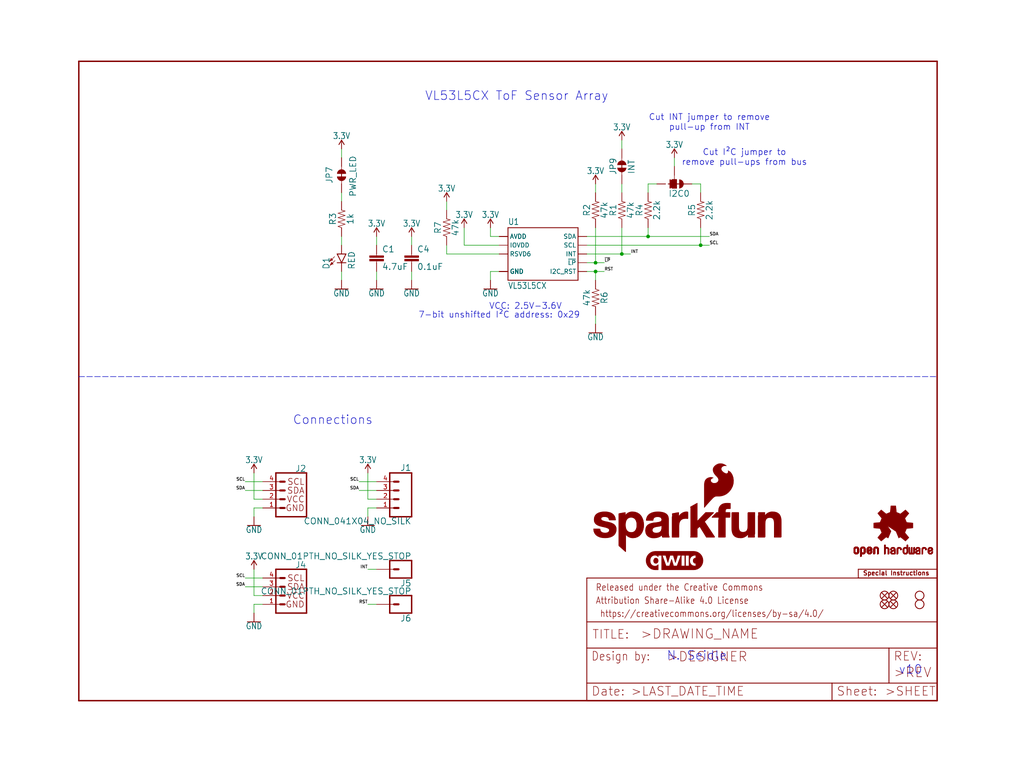
<source format=kicad_sch>
(kicad_sch (version 20211123) (generator eeschema)
  (paper "User" 297.002 223.926)
  (lib_symbols
    (symbol "eagleSchem-eagle-import:0.1UF-0402T-6.3V-10%-X7R"
      (property "Reference" "C" (at 1.524 2.921 0))
      (property "Value" "0.1UF-0402T-6.3V-10%-X7R" (at 1.524 -2.159 0))
      (symbol "0.1UF-0402T-6.3V-10%-X7R_1_0"
        (pin passive line (at 0 5.08 270) (length 2.54) (name "1") (number "1"))
        (pin passive line (at 0 -2.54 90) (length 2.54) (name "2") (number "2"))
      )
    )
    (symbol "eagleSchem-eagle-import:1KOHM-0402T-1{slash}16W-1%"
      (property "Reference" "R" (at 0 1.524 0))
      (property "Value" "1KOHM-0402T-1{slash}16W-1%" (at 0 -1.524 0))
      (symbol "1KOHM-0402T-1{slash}16W-1%_1_0"
        (pin passive line (at -5.08 0 0) (length 2.54) (name "1") (number "1"))
        (pin passive line (at 5.08 0 180) (length 2.54) (name "2") (number "2"))
      )
    )
    (symbol "eagleSchem-eagle-import:2.2KOHM-0402T-1{slash}16W-1%"
      (property "Reference" "R" (at 0 1.524 0))
      (property "Value" "2.2KOHM-0402T-1{slash}16W-1%" (at 0 -1.524 0))
      (symbol "2.2KOHM-0402T-1{slash}16W-1%_1_0"
        (pin passive line (at -5.08 0 0) (length 2.54) (name "1") (number "1"))
        (pin passive line (at 5.08 0 180) (length 2.54) (name "2") (number "2"))
      )
    )
    (symbol "eagleSchem-eagle-import:3.3V" (power)
      (property "Value" "3.3V" (at 0 2.794 0))
      (symbol "3.3V_1_0"
        (pin power_in line (at 0 0 90) (length 2.54) (name "3.3V") (number "1"))
      )
    )
    (symbol "eagleSchem-eagle-import:4.7UF-0402_TIGHT-6.3V-20%-X5R"
      (property "Reference" "C" (at 1.524 2.921 0))
      (property "Value" "4.7UF-0402_TIGHT-6.3V-20%-X5R" (at 1.524 -2.159 0))
      (symbol "4.7UF-0402_TIGHT-6.3V-20%-X5R_1_0"
        (pin passive line (at 0 5.08 270) (length 2.54) (name "1") (number "1"))
        (pin passive line (at 0 -2.54 90) (length 2.54) (name "2") (number "2"))
      )
    )
    (symbol "eagleSchem-eagle-import:47KOHM-0402-1{slash}10W-1%"
      (property "Reference" "R" (at 0 1.524 0))
      (property "Value" "47KOHM-0402-1{slash}10W-1%" (at 0 -1.524 0))
      (symbol "47KOHM-0402-1{slash}10W-1%_1_0"
        (pin passive line (at -5.08 0 0) (length 2.54) (name "1") (number "1"))
        (pin passive line (at 5.08 0 180) (length 2.54) (name "2") (number "2"))
      )
    )
    (symbol "eagleSchem-eagle-import:CONN_01PTH_NO_SILK_YES_STOP"
      (property "Reference" "J" (at -2.54 3.048 0))
      (property "Value" "CONN_01PTH_NO_SILK_YES_STOP" (at -2.54 -4.826 0))
      (symbol "CONN_01PTH_NO_SILK_YES_STOP_1_0"
        (pin passive line (at 7.62 0 180) (length 5.08) (name "1") (number "1"))
      )
    )
    (symbol "eagleSchem-eagle-import:CONN_041X04_NO_SILK"
      (property "Reference" "J" (at -5.08 8.128 0))
      (property "Value" "CONN_041X04_NO_SILK" (at -5.08 -7.366 0))
      (symbol "CONN_041X04_NO_SILK_1_0"
        (pin passive line (at 5.08 -2.54 180) (length 5.08) (name "1") (number "1"))
        (pin passive line (at 5.08 0 180) (length 5.08) (name "2") (number "2"))
        (pin passive line (at 5.08 2.54 180) (length 5.08) (name "3") (number "3"))
        (pin passive line (at 5.08 5.08 180) (length 5.08) (name "4") (number "4"))
      )
    )
    (symbol "eagleSchem-eagle-import:FIDUCIALUFIDUCIAL")
    (symbol "eagleSchem-eagle-import:FRAME-LETTER"
      (symbol "FRAME-LETTER_2_0"
        (text " https://creativecommons.org/licenses/by-sa/4.0/" (at 2.54 24.13 0) (effects (font (size 1.9304 1.6408)) (justify left bottom)))
        (text ">DESIGNER" (at 23.114 11.176 0) (effects (font (size 2.7432 2.7432)) (justify left bottom)))
        (text ">DRAWING_NAME" (at 15.494 17.78 0) (effects (font (size 2.7432 2.7432)) (justify left bottom)))
        (text ">LAST_DATE_TIME" (at 12.7 1.27 0) (effects (font (size 2.54 2.54)) (justify left bottom)))
        (text ">REV" (at 88.9 6.604 0) (effects (font (size 2.7432 2.7432)) (justify left bottom)))
        (text ">SHEET" (at 86.36 1.27 0) (effects (font (size 2.54 2.54)) (justify left bottom)))
        (text "Attribution Share-Alike 4.0 License" (at 2.54 27.94 0) (effects (font (size 1.9304 1.6408)) (justify left bottom)))
        (text "Date:" (at 1.27 1.27 0) (effects (font (size 2.54 2.54)) (justify left bottom)))
        (text "Design by:" (at 1.27 11.43 0) (effects (font (size 2.54 2.159)) (justify left bottom)))
        (text "Released under the Creative Commons" (at 2.54 31.75 0) (effects (font (size 1.9304 1.6408)) (justify left bottom)))
        (text "REV:" (at 88.9 11.43 0) (effects (font (size 2.54 2.54)) (justify left bottom)))
        (text "Sheet:" (at 72.39 1.27 0) (effects (font (size 2.54 2.54)) (justify left bottom)))
        (text "TITLE:" (at 1.524 17.78 0) (effects (font (size 2.54 2.54)) (justify left bottom)))
      )
    )
    (symbol "eagleSchem-eagle-import:GND" (power)
      (property "Value" "GND" (at 0 -0.254 0))
      (symbol "GND_1_0"
        (pin power_in line (at 0 2.54 270) (length 2.54) (name "GND") (number "1"))
      )
    )
    (symbol "eagleSchem-eagle-import:JUMPER-SMT_2_NC_TRACE_SILK"
      (property "Reference" "JP" (at 0 3.048 0))
      (property "Value" "JUMPER-SMT_2_NC_TRACE_SILK" (at 0 -3.048 0))
      (symbol "JUMPER-SMT_2_NC_TRACE_SILK_1_0"
        (pin passive line (at -5.08 0 0) (length 2.54) (name "1") (number "1"))
        (pin passive line (at 5.08 0 180) (length 2.54) (name "2") (number "2"))
      )
    )
    (symbol "eagleSchem-eagle-import:JUMPER-SMT_3_2-NC_TRACE_SILK"
      (property "Reference" "JP" (at 6.096 1.524 0))
      (property "Value" "JUMPER-SMT_3_2-NC_TRACE_SILK" (at 6.858 -1.524 0))
      (symbol "JUMPER-SMT_3_2-NC_TRACE_SILK_1_0"
        (pin passive line (at 0 5.08 270) (length 2.54) (name "1") (number "1"))
        (pin passive line (at -5.08 0 0) (length 2.54) (name "2") (number "2"))
        (pin passive line (at 0 -5.08 90) (length 2.54) (name "3") (number "3"))
      )
    )
    (symbol "eagleSchem-eagle-import:LED-RED0603"
      (property "Reference" "D" (at -3.429 -4.572 90))
      (property "Value" "LED-RED0603" (at 1.905 -4.572 90))
      (symbol "LED-RED0603_1_0"
        (pin passive line (at 0 2.54 270) (length 2.54) (name "A") (number "A"))
        (pin passive line (at 0 -5.08 90) (length 2.54) (name "C") (number "C"))
      )
    )
    (symbol "eagleSchem-eagle-import:OSHW-LOGONO_SILK")
    (symbol "eagleSchem-eagle-import:QWIIC_CONNECTOR"
      (property "Reference" "J" (at -5.08 7.874 0))
      (property "Value" "QWIIC_CONNECTOR" (at -5.08 -5.334 0))
      (symbol "QWIIC_CONNECTOR_1_0"
        (text "GND" (at -4.572 -2.54 0) (effects (font (size 1.778 1.778)) (justify left)))
        (text "SCL" (at -4.572 5.08 0) (effects (font (size 1.778 1.778)) (justify left)))
        (text "SDA" (at -4.572 2.54 0) (effects (font (size 1.778 1.778)) (justify left)))
        (text "VCC" (at -4.572 0 0) (effects (font (size 1.778 1.778)) (justify left)))
        (pin power_in line (at 7.62 -2.54 180) (length 5.08) (name "1") (number "1"))
        (pin power_in line (at 7.62 0 180) (length 5.08) (name "2") (number "2"))
        (pin passive line (at 7.62 2.54 180) (length 5.08) (name "3") (number "3"))
        (pin passive line (at 7.62 5.08 180) (length 5.08) (name "4") (number "4"))
      )
    )
    (symbol "eagleSchem-eagle-import:QWIIC_LOGO_CONNECTOR")
    (symbol "eagleSchem-eagle-import:SFE_LOGO_NAME6_MM")
    (symbol "eagleSchem-eagle-import:SFE_LOGO_NAME_FLAME8_MM")
    (symbol "eagleSchem-eagle-import:SPECIAL_INSTRUCTIONS-ORDERING"
      (symbol "SPECIAL_INSTRUCTIONS-ORDERING_1_0"
        (text "Special Instructions" (at 1.27 0.6985 0) (effects (font (size 1.27 1.27) (thickness 0.254) bold) (justify left bottom)))
      )
    )
    (symbol "eagleSchem-eagle-import:STAND-OFF")
    (symbol "eagleSchem-eagle-import:VL53L5CX"
      (property "Reference" "U" (at -10.16 8.382 0))
      (property "Value" "VL53L5CX" (at -10.16 -10.16 0))
      (symbol "VL53L5CX_1_0"
        (pin bidirectional line (at 12.7 -5.08 180) (length 2.54) (name "I2C_RST") (number "A1"))
        (pin bidirectional line (at -12.7 -5.08 0) (length 2.54) (name "GND") (number "A2"))
        (pin bidirectional line (at 12.7 0 180) (length 2.54) (name "INT") (number "A3"))
        (pin bidirectional line (at -12.7 2.54 0) (length 2.54) (name "IOVDD") (number "A4"))
        (pin bidirectional line (at 12.7 -2.54 180) (length 2.54) (name "~{LP}") (number "A5"))
        (pin bidirectional line (at -12.7 -5.08 0) (length 2.54) (name "GND") (number "A6"))
        (pin bidirectional line (at -12.7 -5.08 0) (length 2.54) (name "GND") (number "A7"))
        (pin bidirectional line (at -12.7 5.08 0) (length 2.54) (name "AVDD") (number "B1"))
        (pin bidirectional line (at -12.7 -5.08 0) (length 2.54) (name "GND") (number "B4"))
        (pin bidirectional line (at -12.7 5.08 0) (length 2.54) (name "AVDD") (number "B7"))
        (pin bidirectional line (at -12.7 -5.08 0) (length 2.54) (name "GND") (number "C1"))
        (pin bidirectional line (at -12.7 0 0) (length 2.54) (name "RSVD6") (number "C2"))
        (pin bidirectional line (at 12.7 5.08 180) (length 2.54) (name "SDA") (number "C3"))
        (pin bidirectional line (at 12.7 2.54 180) (length 2.54) (name "SCL") (number "C4"))
        (pin bidirectional line (at -12.7 -5.08 0) (length 2.54) (name "GND") (number "C6"))
        (pin bidirectional line (at -12.7 -5.08 0) (length 2.54) (name "GND") (number "C7"))
      )
    )
  )
  (junction (at 172.72 78.74))
  (junction (at 180.34 73.66))
  (junction (at 203.2 71.12))
  (junction (at 187.96 68.58))
  (junction (at 172.72 76.2))
  (wire (pts (xy 187.96 68.58) (xy 187.96 66.04)))
  (wire (pts (xy 195.58 45.72) (xy 195.58 48.26)))
  (wire (pts (xy 187.96 53.34) (xy 190.5 53.34)))
  (wire (pts (xy 203.2 55.88) (xy 203.2 53.34)))
  (wire (pts (xy 106.68 144.78) (xy 106.68 137.16)))
  (wire (pts (xy 172.72 81.28) (xy 172.72 78.74)))
  (wire (pts (xy 76.2 142.24) (xy 71.12 142.24)))
  (wire (pts (xy 170.18 68.58) (xy 187.96 68.58)))
  (wire (pts (xy 144.78 78.74) (xy 142.24 78.74)))
  (wire (pts (xy 73.66 172.72) (xy 73.66 165.1)))
  (wire (pts (xy 129.54 73.66) (xy 129.54 71.12)))
  (wire (pts (xy 180.34 43.18) (xy 180.34 40.64)))
  (wire (pts (xy 172.72 53.34) (xy 172.72 55.88)))
  (wire (pts (xy 109.22 68.58) (xy 109.22 71.12)))
  (wire (pts (xy 172.72 78.74) (xy 175.26 78.74)))
  (wire (pts (xy 109.22 139.7) (xy 104.14 139.7)))
  (wire (pts (xy 144.78 71.12) (xy 134.62 71.12)))
  (wire (pts (xy 109.22 147.32) (xy 106.68 147.32)))
  (wire (pts (xy 73.66 144.78) (xy 73.66 137.16)))
  (wire (pts (xy 129.54 58.42) (xy 129.54 60.96)))
  (wire (pts (xy 187.96 68.58) (xy 205.74 68.58)))
  (wire (pts (xy 109.22 165.1) (xy 106.68 165.1)))
  (wire (pts (xy 109.22 144.78) (xy 106.68 144.78)))
  (wire (pts (xy 99.06 71.12) (xy 99.06 68.58)))
  (wire (pts (xy 180.34 66.04) (xy 180.34 73.66)))
  (wire (pts (xy 76.2 144.78) (xy 73.66 144.78)))
  (wire (pts (xy 73.66 175.26) (xy 73.66 177.8)))
  (wire (pts (xy 170.18 73.66) (xy 180.34 73.66)))
  (wire (pts (xy 73.66 147.32) (xy 73.66 149.86)))
  (wire (pts (xy 119.38 71.12) (xy 119.38 68.58)))
  (wire (pts (xy 203.2 53.34) (xy 200.66 53.34)))
  (wire (pts (xy 172.72 66.04) (xy 172.72 76.2)))
  (wire (pts (xy 76.2 139.7) (xy 71.12 139.7)))
  (wire (pts (xy 142.24 66.04) (xy 142.24 68.58)))
  (wire (pts (xy 76.2 167.64) (xy 71.12 167.64)))
  (wire (pts (xy 76.2 147.32) (xy 73.66 147.32)))
  (wire (pts (xy 109.22 142.24) (xy 104.14 142.24)))
  (wire (pts (xy 109.22 81.28) (xy 109.22 78.74)))
  (wire (pts (xy 203.2 71.12) (xy 203.2 66.04)))
  (wire (pts (xy 76.2 170.18) (xy 71.12 170.18)))
  (wire (pts (xy 76.2 175.26) (xy 73.66 175.26)))
  (wire (pts (xy 119.38 78.74) (xy 119.38 81.28)))
  (wire (pts (xy 144.78 68.58) (xy 142.24 68.58)))
  (wire (pts (xy 172.72 93.98) (xy 172.72 91.44)))
  (wire (pts (xy 106.68 147.32) (xy 106.68 149.86)))
  (wire (pts (xy 180.34 53.34) (xy 180.34 55.88)))
  (wire (pts (xy 180.34 73.66) (xy 182.88 73.66)))
  (wire (pts (xy 109.22 175.26) (xy 106.68 175.26)))
  (wire (pts (xy 134.62 71.12) (xy 134.62 66.04)))
  (wire (pts (xy 99.06 43.18) (xy 99.06 45.72)))
  (wire (pts (xy 76.2 172.72) (xy 73.66 172.72)))
  (wire (pts (xy 142.24 78.74) (xy 142.24 81.28)))
  (wire (pts (xy 170.18 76.2) (xy 172.72 76.2)))
  (wire (pts (xy 144.78 73.66) (xy 129.54 73.66)))
  (wire (pts (xy 170.18 78.74) (xy 172.72 78.74)))
  (wire (pts (xy 170.18 71.12) (xy 203.2 71.12)))
  (wire (pts (xy 99.06 81.28) (xy 99.06 78.74)))
  (polyline (pts (xy 22.86 109.22) (xy 271.78 109.22)))
  (wire (pts (xy 187.96 55.88) (xy 187.96 53.34)))
  (wire (pts (xy 172.72 76.2) (xy 175.26 76.2)))
  (wire (pts (xy 99.06 55.88) (xy 99.06 58.42)))
  (wire (pts (xy 203.2 71.12) (xy 205.74 71.12)))
  (text "N. Seidle" (at 193.294 191.77 180) (effects (font (size 2.54 2.54)) (justify left bottom)))
  (text "Connections" (at 96.52 121.92 180) (effects (font (size 2.54 2.54))))
  (text "VL53L5CX ToF Sensor Array" (at 149.86 27.94 180) (effects (font (size 2.54 2.54))))
  (text "7-bit unshifted I²C address: 0x29" (at 144.78 91.44 180) (effects (font (size 1.778 1.778))))
  (text "Cut INT jumper to remove\npull-up from INT" (at 205.74 35.56 180) (effects (font (size 1.778 1.778))))
  (text "Cut I²C jumper to\nremove pull-ups from bus" (at 215.9 45.72 180) (effects (font (size 1.778 1.778))))
  (text "v10" (at 260.604 195.834 180) (effects (font (size 2.54 2.54)) (justify left bottom)))
  (text "VCC: 2.5V-3.6V" (at 152.4 88.9 180) (effects (font (size 1.778 1.778))))
  (label "~{LP}" (at 175.26 76.2 0) (effects (font (size 0.889 0.889))))
  (label "SCL" (at 104.14 139.7 180) (effects (font (size 0.889 0.889))))
  (label "INT" (at 182.88 73.66 0) (effects (font (size 0.889 0.889))))
  (label "SDA" (at 71.12 170.18 180) (effects (font (size 0.889 0.889))))
  (label "SCL" (at 71.12 139.7 180) (effects (font (size 0.889 0.889))))
  (label "SCL" (at 205.74 71.12 0) (effects (font (size 0.889 0.889))))
  (label "SDA" (at 205.74 68.58 0) (effects (font (size 0.889 0.889))))
  (label "RST" (at 106.68 175.26 180) (effects (font (size 0.889 0.889))))
  (label "SDA" (at 71.12 142.24 180) (effects (font (size 0.889 0.889))))
  (label "INT" (at 106.68 165.1 180) (effects (font (size 0.889 0.889))))
  (label "SCL" (at 71.12 167.64 180) (effects (font (size 0.889 0.889))))
  (label "RST" (at 175.26 78.74 0) (effects (font (size 0.889 0.889))))
  (label "SDA" (at 104.14 142.24 180) (effects (font (size 0.889 0.889))))
  (symbol (lib_id "eagleSchem-eagle-import:47KOHM-0402-1{slash}10W-1%") (at 172.72 86.36 270) (unit 1)
    (property "Reference" "R6" (at 174.244 86.36 0) (effects (font (size 1.778 1.778)) (justify bottom)))
    (property "Value" "47k" (at 171.196 86.36 0) (effects (font (size 1.778 1.778)) (justify top)))
    (property "Footprint" "eagleSchem:0402-TIGHT" (effects hide))
  )
  (symbol (lib_id "eagleSchem-eagle-import:QWIIC_CONNECTOR") (at 83.82 172.72 0) (mirror y) (unit 1)
    (property "Reference" "J4" (at 88.9 164.846 0) (effects (font (size 1.778 1.778)) (justify left bottom)))
    (property "Value" "Vertical Qwiic Connector" (effects hide))
    (property "Footprint" "eagleSchem:JST04_1MM_VERT" (effects hide))
  )
  (symbol (lib_id "eagleSchem-eagle-import:FIDUCIALUFIDUCIAL") (at 256.54 172.72 0) (unit 1)
    (property "Reference" "JP2" (effects hide))
    (property "Value" "FIDUCIALUFIDUCIAL" (effects hide))
    (property "Footprint" "eagleSchem:FIDUCIAL-MICRO" (effects hide))
  )
  (symbol (lib_id "eagleSchem-eagle-import:3.3V") (at 73.66 165.1 0) (unit 1)
    (property "Reference" "#SUPPLY8" (effects hide))
    (property "Value" "3.3V" (at 73.66 162.306 0) (effects (font (size 1.778 1.5113)) (justify bottom)))
    (property "Footprint" "eagleSchem:" (effects hide))
  )
  (symbol (lib_id "eagleSchem-eagle-import:GND") (at 119.38 83.82 0) (unit 1)
    (property "Reference" "#GND3" (effects hide))
    (property "Value" "GND" (at 119.38 84.074 0) (effects (font (size 1.778 1.5113)) (justify top)))
    (property "Footprint" "eagleSchem:" (effects hide))
  )
  (symbol (lib_id "eagleSchem-eagle-import:JUMPER-SMT_2_NC_TRACE_SILK") (at 99.06 50.8 90) (unit 1)
    (property "Reference" "JP7" (at 96.52 53.34 0) (effects (font (size 1.778 1.778)) (justify left bottom)))
    (property "Value" "PWR_LED" (at 101.346 57.15 0) (effects (font (size 1.778 1.778)) (justify left top)))
    (property "Footprint" "eagleSchem:SMT-JUMPER_2_NC_TRACE_SILK" (effects hide))
  )
  (symbol (lib_id "eagleSchem-eagle-import:3.3V") (at 119.38 68.58 0) (unit 1)
    (property "Reference" "#SUPPLY1" (effects hide))
    (property "Value" "3.3V" (at 119.38 65.786 0) (effects (font (size 1.778 1.5113)) (justify bottom)))
    (property "Footprint" "eagleSchem:" (effects hide))
  )
  (symbol (lib_id "eagleSchem-eagle-import:FRAME-LETTER") (at 170.18 203.2 0) (unit 2)
    (property "Reference" "FRAME1" (effects hide))
    (property "Value" "FRAME-LETTER" (effects hide))
    (property "Footprint" "eagleSchem:CREATIVE_COMMONS" (effects hide))
  )
  (symbol (lib_id "eagleSchem-eagle-import:FIDUCIALUFIDUCIAL") (at 256.54 175.26 0) (unit 1)
    (property "Reference" "JP5" (effects hide))
    (property "Value" "FIDUCIALUFIDUCIAL" (effects hide))
    (property "Footprint" "eagleSchem:FIDUCIAL-MICRO" (effects hide))
  )
  (symbol (lib_id "eagleSchem-eagle-import:0.1UF-0402T-6.3V-10%-X7R") (at 119.38 76.2 0) (unit 1)
    (property "Reference" "C4" (at 120.904 73.279 0) (effects (font (size 1.778 1.778)) (justify left bottom)))
    (property "Value" "0.1uF" (at 120.904 78.359 0) (effects (font (size 1.778 1.778)) (justify left bottom)))
    (property "Footprint" "eagleSchem:0402-TIGHT" (effects hide))
  )
  (symbol (lib_id "eagleSchem-eagle-import:GND") (at 99.06 83.82 0) (unit 1)
    (property "Reference" "#GND1" (effects hide))
    (property "Value" "GND" (at 99.06 84.074 0) (effects (font (size 1.778 1.5113)) (justify top)))
    (property "Footprint" "eagleSchem:" (effects hide))
  )
  (symbol (lib_id "eagleSchem-eagle-import:1KOHM-0402T-1{slash}16W-1%") (at 99.06 63.5 90) (unit 1)
    (property "Reference" "R3" (at 97.536 63.5 0) (effects (font (size 1.778 1.778)) (justify bottom)))
    (property "Value" "1k" (at 100.584 63.5 0) (effects (font (size 1.778 1.778)) (justify top)))
    (property "Footprint" "eagleSchem:0402-TIGHT" (effects hide))
  )
  (symbol (lib_id "eagleSchem-eagle-import:GND") (at 172.72 96.52 0) (unit 1)
    (property "Reference" "#GND9" (effects hide))
    (property "Value" "GND" (at 172.72 96.774 0) (effects (font (size 1.778 1.5113)) (justify top)))
    (property "Footprint" "eagleSchem:" (effects hide))
  )
  (symbol (lib_id "eagleSchem-eagle-import:3.3V") (at 73.66 137.16 0) (unit 1)
    (property "Reference" "#SUPPLY4" (effects hide))
    (property "Value" "3.3V" (at 73.66 134.366 0) (effects (font (size 1.778 1.5113)) (justify bottom)))
    (property "Footprint" "eagleSchem:" (effects hide))
  )
  (symbol (lib_id "eagleSchem-eagle-import:47KOHM-0402-1{slash}10W-1%") (at 172.72 60.96 90) (unit 1)
    (property "Reference" "R2" (at 171.196 60.96 0) (effects (font (size 1.778 1.778)) (justify bottom)))
    (property "Value" "47k" (at 174.244 60.96 0) (effects (font (size 1.778 1.778)) (justify top)))
    (property "Footprint" "eagleSchem:0402-TIGHT" (effects hide))
  )
  (symbol (lib_id "eagleSchem-eagle-import:3.3V") (at 134.62 66.04 0) (unit 1)
    (property "Reference" "#SUPPLY13" (effects hide))
    (property "Value" "3.3V" (at 134.62 63.246 0) (effects (font (size 1.778 1.5113)) (justify bottom)))
    (property "Footprint" "eagleSchem:" (effects hide))
  )
  (symbol (lib_id "eagleSchem-eagle-import:3.3V") (at 129.54 58.42 0) (unit 1)
    (property "Reference" "#SUPPLY12" (effects hide))
    (property "Value" "3.3V" (at 129.54 55.626 0) (effects (font (size 1.778 1.5113)) (justify bottom)))
    (property "Footprint" "eagleSchem:" (effects hide))
  )
  (symbol (lib_id "eagleSchem-eagle-import:3.3V") (at 195.58 45.72 0) (unit 1)
    (property "Reference" "#SUPPLY5" (effects hide))
    (property "Value" "3.3V" (at 195.58 42.926 0) (effects (font (size 1.778 1.5113)) (justify bottom)))
    (property "Footprint" "eagleSchem:" (effects hide))
  )
  (symbol (lib_id "eagleSchem-eagle-import:QWIIC_CONNECTOR") (at 83.82 144.78 0) (mirror y) (unit 1)
    (property "Reference" "J2" (at 88.9 136.906 0) (effects (font (size 1.778 1.778)) (justify left bottom)))
    (property "Value" "Vertical Qwiic Connector" (effects hide))
    (property "Footprint" "eagleSchem:JST04_1MM_VERT" (effects hide))
  )
  (symbol (lib_id "eagleSchem-eagle-import:3.3V") (at 142.24 66.04 0) (unit 1)
    (property "Reference" "#SUPPLY14" (effects hide))
    (property "Value" "3.3V" (at 142.24 63.246 0) (effects (font (size 1.778 1.5113)) (justify bottom)))
    (property "Footprint" "eagleSchem:" (effects hide))
  )
  (symbol (lib_id "eagleSchem-eagle-import:3.3V") (at 180.34 40.64 0) (unit 1)
    (property "Reference" "#SUPPLY3" (effects hide))
    (property "Value" "3.3V" (at 180.34 37.846 0) (effects (font (size 1.778 1.5113)) (justify bottom)))
    (property "Footprint" "eagleSchem:" (effects hide))
  )
  (symbol (lib_id "eagleSchem-eagle-import:LED-RED0603") (at 99.06 73.66 0) (unit 1)
    (property "Reference" "D1" (at 95.631 78.232 90) (effects (font (size 1.778 1.778)) (justify left bottom)))
    (property "Value" "RED" (at 100.965 78.232 90) (effects (font (size 1.778 1.778)) (justify left top)))
    (property "Footprint" "eagleSchem:LED-0603" (effects hide))
  )
  (symbol (lib_id "eagleSchem-eagle-import:2.2KOHM-0402T-1{slash}16W-1%") (at 203.2 60.96 90) (unit 1)
    (property "Reference" "R5" (at 201.676 60.96 0) (effects (font (size 1.778 1.778)) (justify bottom)))
    (property "Value" "2.2k" (at 204.724 60.96 0) (effects (font (size 1.778 1.778)) (justify top)))
    (property "Footprint" "eagleSchem:0402-TIGHT" (effects hide))
  )
  (symbol (lib_id "eagleSchem-eagle-import:4.7UF-0402_TIGHT-6.3V-20%-X5R") (at 109.22 76.2 0) (unit 1)
    (property "Reference" "C1" (at 110.744 73.279 0) (effects (font (size 1.778 1.778)) (justify left bottom)))
    (property "Value" "4.7uF" (at 110.744 78.359 0) (effects (font (size 1.778 1.778)) (justify left bottom)))
    (property "Footprint" "eagleSchem:0402-TIGHT" (effects hide))
  )
  (symbol (lib_id "eagleSchem-eagle-import:GND") (at 109.22 83.82 0) (unit 1)
    (property "Reference" "#GND2" (effects hide))
    (property "Value" "GND" (at 109.22 84.074 0) (effects (font (size 1.778 1.5113)) (justify top)))
    (property "Footprint" "eagleSchem:" (effects hide))
  )
  (symbol (lib_id "eagleSchem-eagle-import:3.3V") (at 99.06 43.18 0) (unit 1)
    (property "Reference" "#SUPPLY10" (effects hide))
    (property "Value" "3.3V" (at 99.06 40.386 0) (effects (font (size 1.778 1.5113)) (justify bottom)))
    (property "Footprint" "eagleSchem:" (effects hide))
  )
  (symbol (lib_id "eagleSchem-eagle-import:STAND-OFF") (at 266.7 172.72 0) (unit 1)
    (property "Reference" "JP10" (effects hide))
    (property "Value" "STAND-OFF" (effects hide))
    (property "Footprint" "eagleSchem:STAND-OFF" (effects hide))
  )
  (symbol (lib_id "eagleSchem-eagle-import:GND") (at 73.66 180.34 0) (unit 1)
    (property "Reference" "#GND7" (effects hide))
    (property "Value" "GND" (at 73.66 180.594 0) (effects (font (size 1.778 1.5113)) (justify top)))
    (property "Footprint" "eagleSchem:" (effects hide))
  )
  (symbol (lib_id "eagleSchem-eagle-import:GND") (at 106.68 152.4 0) (unit 1)
    (property "Reference" "#GND6" (effects hide))
    (property "Value" "GND" (at 106.68 152.654 0) (effects (font (size 1.778 1.5113)) (justify top)))
    (property "Footprint" "eagleSchem:" (effects hide))
  )
  (symbol (lib_id "eagleSchem-eagle-import:QWIIC_LOGO_CONNECTOR") (at 195.58 162.56 0) (unit 1)
    (property "Reference" "LOGO3" (effects hide))
    (property "Value" "QWIIC_LOGO_CONNECTOR" (effects hide))
    (property "Footprint" "eagleSchem:QWIIC_5.5MM" (effects hide))
  )
  (symbol (lib_id "eagleSchem-eagle-import:GND") (at 73.66 152.4 0) (unit 1)
    (property "Reference" "#GND5" (effects hide))
    (property "Value" "GND" (at 73.66 152.654 0) (effects (font (size 1.778 1.5113)) (justify top)))
    (property "Footprint" "eagleSchem:" (effects hide))
  )
  (symbol (lib_id "eagleSchem-eagle-import:CONN_01PTH_NO_SILK_YES_STOP") (at 116.84 165.1 180) (unit 1)
    (property "Reference" "J5" (at 119.38 168.148 0) (effects (font (size 1.778 1.778)) (justify left bottom)))
    (property "Value" "CONN_01PTH_NO_SILK_YES_STOP" (at 119.38 160.274 0) (effects (font (size 1.778 1.778)) (justify left bottom)))
    (property "Footprint" "eagleSchem:1X01_NO_SILK" (effects hide))
  )
  (symbol (lib_id "eagleSchem-eagle-import:CONN_041X04_NO_SILK") (at 114.3 144.78 0) (mirror y) (unit 1)
    (property "Reference" "J1" (at 119.38 136.652 0) (effects (font (size 1.778 1.778)) (justify left bottom)))
    (property "Value" "CONN_041X04_NO_SILK" (at 119.38 152.146 0) (effects (font (size 1.778 1.778)) (justify left bottom)))
    (property "Footprint" "eagleSchem:1X04_NO_SILK" (effects hide))
  )
  (symbol (lib_id "eagleSchem-eagle-import:OSHW-LOGONO_SILK") (at 259.08 152.4 0) (unit 1)
    (property "Reference" "LOGO2" (effects hide))
    (property "Value" "OSHW-LOGONO_SILK" (effects hide))
    (property "Footprint" "eagleSchem:DUMMY" (effects hide))
  )
  (symbol (lib_id "eagleSchem-eagle-import:VL53L5CX") (at 157.48 73.66 0) (unit 1)
    (property "Reference" "U1" (at 147.32 65.278 0) (effects (font (size 1.778 1.5113)) (justify left bottom)))
    (property "Value" "VL53L5CX" (at 147.32 83.82 0) (effects (font (size 1.778 1.5113)) (justify left bottom)))
    (property "Footprint" "eagleSchem:VL53L5CX" (effects hide))
  )
  (symbol (lib_id "eagleSchem-eagle-import:3.3V") (at 109.22 68.58 0) (unit 1)
    (property "Reference" "#SUPPLY18" (effects hide))
    (property "Value" "3.3V" (at 109.22 65.786 0) (effects (font (size 1.778 1.5113)) (justify bottom)))
    (property "Footprint" "eagleSchem:" (effects hide))
  )
  (symbol (lib_id "eagleSchem-eagle-import:47KOHM-0402-1{slash}10W-1%") (at 129.54 66.04 90) (unit 1)
    (property "Reference" "R7" (at 128.016 66.04 0) (effects (font (size 1.778 1.778)) (justify bottom)))
    (property "Value" "47k" (at 131.064 66.04 0) (effects (font (size 1.778 1.778)) (justify top)))
    (property "Footprint" "eagleSchem:0402-TIGHT" (effects hide))
  )
  (symbol (lib_id "eagleSchem-eagle-import:47KOHM-0402-1{slash}10W-1%") (at 180.34 60.96 90) (unit 1)
    (property "Reference" "R1" (at 178.816 60.96 0) (effects (font (size 1.778 1.778)) (justify bottom)))
    (property "Value" "47k" (at 181.864 60.96 0) (effects (font (size 1.778 1.778)) (justify top)))
    (property "Footprint" "eagleSchem:0402-TIGHT" (effects hide))
  )
  (symbol (lib_id "eagleSchem-eagle-import:FIDUCIALUFIDUCIAL") (at 259.08 172.72 0) (unit 1)
    (property "Reference" "JP6" (effects hide))
    (property "Value" "FIDUCIALUFIDUCIAL" (effects hide))
    (property "Footprint" "eagleSchem:FIDUCIAL-MICRO" (effects hide))
  )
  (symbol (lib_id "eagleSchem-eagle-import:JUMPER-SMT_2_NC_TRACE_SILK") (at 180.34 48.26 90) (unit 1)
    (property "Reference" "JP9" (at 178.816 50.8 0) (effects (font (size 1.778 1.778)) (justify left bottom)))
    (property "Value" "INT" (at 184.15 50.546 0) (effects (font (size 1.778 1.778)) (justify left bottom)))
    (property "Footprint" "eagleSchem:SMT-JUMPER_2_NC_TRACE_SILK" (effects hide))
  )
  (symbol (lib_id "eagleSchem-eagle-import:3.3V") (at 172.72 53.34 0) (unit 1)
    (property "Reference" "#SUPPLY2" (effects hide))
    (property "Value" "3.3V" (at 172.72 50.546 0) (effects (font (size 1.778 1.5113)) (justify bottom)))
    (property "Footprint" "eagleSchem:" (effects hide))
  )
  (symbol (lib_id "eagleSchem-eagle-import:FIDUCIALUFIDUCIAL") (at 259.08 175.26 0) (unit 1)
    (property "Reference" "JP1" (effects hide))
    (property "Value" "FIDUCIALUFIDUCIAL" (effects hide))
    (property "Footprint" "eagleSchem:FIDUCIAL-MICRO" (effects hide))
  )
  (symbol (lib_id "eagleSchem-eagle-import:SFE_LOGO_NAME6_MM") (at 170.18 160.02 0) (unit 1)
    (property "Reference" "LOGO4" (effects hide))
    (property "Value" "SFE_LOGO_NAME6_MM" (effects hide))
    (property "Footprint" "eagleSchem:SFE_LOGO_NAME_6MM" (effects hide))
  )
  (symbol (lib_id "eagleSchem-eagle-import:JUMPER-SMT_3_2-NC_TRACE_SILK") (at 195.58 53.34 270) (unit 1)
    (property "Reference" "I2C0" (at 193.802 57.15 90) (effects (font (size 1.778 1.778)) (justify left bottom)))
    (property "Value" "JUMPER-SMT_3_2-NC_TRACE_SILK" (effects hide))
    (property "Footprint" "eagleSchem:SMT-JUMPER_3_2-NC_TRACE_SILK" (effects hide))
  )
  (symbol (lib_id "eagleSchem-eagle-import:2.2KOHM-0402T-1{slash}16W-1%") (at 187.96 60.96 90) (unit 1)
    (property "Reference" "R4" (at 186.436 60.96 0) (effects (font (size 1.778 1.778)) (justify bottom)))
    (property "Value" "2.2k" (at 189.484 60.96 0) (effects (font (size 1.778 1.778)) (justify top)))
    (property "Footprint" "eagleSchem:0402-TIGHT" (effects hide))
  )
  (symbol (lib_id "eagleSchem-eagle-import:3.3V") (at 106.68 137.16 0) (unit 1)
    (property "Reference" "#SUPPLY7" (effects hide))
    (property "Value" "3.3V" (at 106.68 134.366 0) (effects (font (size 1.778 1.5113)) (justify bottom)))
    (property "Footprint" "eagleSchem:" (effects hide))
  )
  (symbol (lib_id "eagleSchem-eagle-import:FRAME-LETTER") (at 22.86 203.2 0) (unit 1)
    (property "Reference" "FRAME1" (effects hide))
    (property "Value" "FRAME-LETTER" (effects hide))
    (property "Footprint" "eagleSchem:CREATIVE_COMMONS" (effects hide))
  )
  (symbol (lib_id "eagleSchem-eagle-import:STAND-OFF") (at 266.7 175.26 0) (unit 1)
    (property "Reference" "JP11" (effects hide))
    (property "Value" "STAND-OFF" (effects hide))
    (property "Footprint" "eagleSchem:STAND-OFF" (effects hide))
  )
  (symbol (lib_id "eagleSchem-eagle-import:SPECIAL_INSTRUCTIONS-ORDERING") (at 248.92 167.64 0) (unit 1)
    (property "Reference" "LOGO5" (effects hide))
    (property "Value" "SPECIAL_INSTRUCTIONS-ORDERING" (effects hide))
    (property "Footprint" "eagleSchem:ORDERING_INSTRUCTIONS" (effects hide))
  )
  (symbol (lib_id "eagleSchem-eagle-import:GND") (at 142.24 83.82 0) (unit 1)
    (property "Reference" "#GND4" (effects hide))
    (property "Value" "GND" (at 142.24 84.074 0) (effects (font (size 1.778 1.5113)) (justify top)))
    (property "Footprint" "eagleSchem:" (effects hide))
  )
  (symbol (lib_id "eagleSchem-eagle-import:CONN_01PTH_NO_SILK_YES_STOP") (at 116.84 175.26 180) (unit 1)
    (property "Reference" "J6" (at 119.38 178.308 0) (effects (font (size 1.778 1.778)) (justify left bottom)))
    (property "Value" "CONN_01PTH_NO_SILK_YES_STOP" (at 119.38 170.434 0) (effects (font (size 1.778 1.778)) (justify left bottom)))
    (property "Footprint" "eagleSchem:1X01_NO_SILK" (effects hide))
  )
  (symbol (lib_id "eagleSchem-eagle-import:SFE_LOGO_NAME_FLAME8_MM") (at 171.45 160.274 0) (unit 1)
    (property "Reference" "LOGO1" (effects hide))
    (property "Value" "SFE_LOGO_NAME_FLAME8_MM" (effects hide))
    (property "Footprint" "eagleSchem:SFE_LOGO_NAME_FLAME_8MM" (effects hide))
  )
)
</source>
